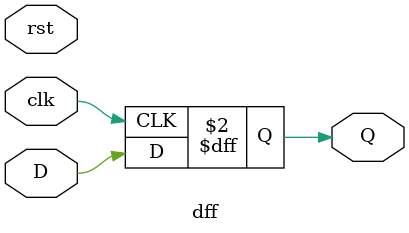
<source format=v>
`timescale 1ns / 1ps
module dff(
    input D,
    input clk,
    input rst,
    output reg Q
    );

always @ (posedge(clk)/*, posedge(rst)*/)
begin
/*
    if (rst == 1)
        Q <= 1'b1;
    else
    begin*/
            Q <= D;
    //end
end



endmodule
</source>
